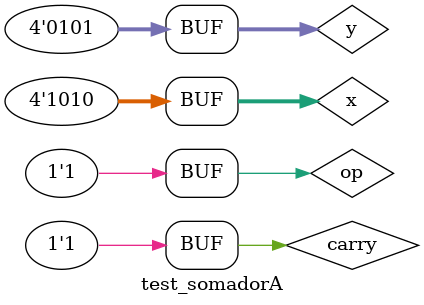
<source format=v>

module FullAdder(s, c_out, x, y, c_in);
  output s, c_out;
  input x, y, c_in;
  wire a, b, c;
// descrever por portas 
  xor (a, x, y);
  xor (s, a, c_in);   
  and (b, x, y);
  and (c, a, c_in);
  or (c_out, c, b);
endmodule //FullAdder

// ------------------------- 
// somador algebrico
// ------------------------- 
module somadorA(s, c_out, x, y, c_in);
  output [3:0] s;
  output c_out;
  input  [3:0] x, y;
  input c_in;
  wire c1, c2, c3, z1, z2, z3, z4, z5;
  // descrever por portas 
  xor (z1, y[0] , c_in);
  xor (z2, y[1] , c_in);
  xor (z3, y[2] , c_in);
  xor (z4, y[3] , c_in);
  FullAdder FA0(s[0], c1, x[0], z1, c_in);
  FullAdder FA1(s[1], c2, x[1], z2, c1);
  FullAdder FA2(s[2], c3, x[2], z3, c2);
  FullAdder FA3(s[3], z5, x[3], z4, c3);
  xor (c_out, z5 , c_in);
endmodule //somadorA

// ------------------------- 
// equals0
// ------------------------- 
module equals0(s, x);
  output s;
  input [3:0] x;
  wire s1,s2,s3,s4;
  
  // descrever por portas
  nor (s1, x[0], 0);
  nor (s2, x[1], 0);
  nor (s3, x[2], 0);
  nor (s4, x[3], 0);
  assign s = (s1 & s2 & s3 & s4);
  
endmodule // equals0

// ------------------------- 
// plus/minus 1
// ------------------------- 
module plusMinus1(s, x, op);
  output [3:0]s;
  input [3:0] x;
  input op;
  wire c_out;
  
  // descrever por portas
  somadorA somador(s, c_out, x, 0001, op); // -- op = 1 para operaçao de subtraçao x // op = 0 para operaçao de soma x
  
endmodule // plusMinus1


module test_somadorA; 
// ------------------------- definir dados 
reg [3:0] x; 
reg [3:0] y; 
reg carry, op; 
wire [3:0] soma;
wire c_out, e0;
wire [3:0] x1; 


plusMinus1 minus(x1,x,op);
somadorA somador(soma, c_out, x1, y, carry);
equals0 equals(e0, soma);
// ------------------------- parte principal 
  initial
  begin
  $display("Exemplo0035 - Marcio Santana Correa - 345368"); 
  $display("Test Somador Algebrico - Plus/Minus Selecionavel"); 
  // projetar testes do somador complete 
  $monitor($time," x= %b x+/-1=%b  y=%b op= %b (op = 0 x+1 / op = 1 x-1)///  soma= %b /// equals 0 = %b (caso 1 verdadeiro caso 0 falso)\n", x, x1, y, op,soma,e0);
  end
  
  // Entradas
  initial
  begin
  $display("		Soma");
  x = 4'd2;y = 4'd4; carry =  1'b0;op=0;


  #5 x = 4'd2;y = 4'd4;
  #5 x = 4'd6;y = 4'd8;
  #5 x = 4'd1;y = 4'd3;op=1;
  #5 x = 4'd5;y = 4'd7;
  #5 x = 4'd10;y = 4'd5;
  
  
   #5 x = 4'd2;y = 4'd4;carry = 1'b1;op=0;
	$display("		Subtraction");
  #5 x = 4'd6;y = 4'd8;
  #5 x = 4'd3;y = 4'd3;op=1;
  #5 x = 4'd5;y = 4'd7;
  #5 x = 4'd10;y = 4'd5;


  end
endmodule // test_fullAdder 
</source>
